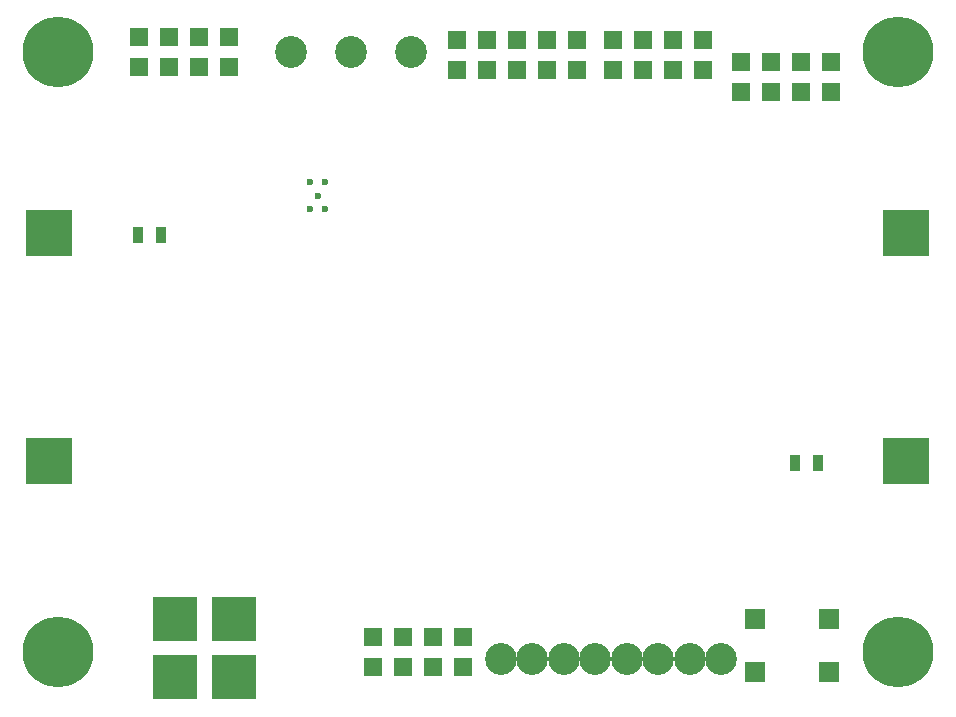
<source format=gbr>
G04 #@! TF.FileFunction,Soldermask,Top*
%FSLAX46Y46*%
G04 Gerber Fmt 4.6, Leading zero omitted, Abs format (unit mm)*
G04 Created by KiCad (PCBNEW 4.0.1-3.201512221401+6198~38~ubuntu15.10.1-stable) date Út 19. leden 2016, 20:18:50 CET*
%MOMM*%
G01*
G04 APERTURE LIST*
%ADD10C,0.300000*%
%ADD11R,4.000000X4.000000*%
%ADD12R,1.524000X1.524000*%
%ADD13R,3.810000X3.810000*%
%ADD14C,6.000000*%
%ADD15R,0.889000X1.397000*%
%ADD16R,1.676400X1.676400*%
%ADD17C,0.600000*%
%ADD18C,2.700000*%
G04 APERTURE END LIST*
D10*
D11*
X4326500Y40511000D03*
X76826500Y40511000D03*
X4326500Y21211000D03*
X76826500Y21211000D03*
D12*
X19558000Y57150000D03*
X19558000Y54610000D03*
X17018000Y57150000D03*
X17018000Y54610000D03*
X14478000Y57150000D03*
X14478000Y54610000D03*
X11938000Y57150000D03*
X11938000Y54610000D03*
X49022000Y54356000D03*
X49022000Y56896000D03*
X38862000Y56896000D03*
X38862000Y54356000D03*
X43942000Y54356000D03*
X43942000Y56896000D03*
X46482000Y54356000D03*
X46482000Y56896000D03*
X41402000Y54356000D03*
X41402000Y56896000D03*
X31750000Y3810000D03*
X31750000Y6350000D03*
X34290000Y3810000D03*
X34290000Y6350000D03*
X36830000Y3810000D03*
X36830000Y6350000D03*
X39370000Y3810000D03*
X39370000Y6350000D03*
D13*
X14939000Y7874000D03*
X19939000Y7874000D03*
X14939000Y2921000D03*
X19939000Y2921000D03*
D12*
X62865000Y52451000D03*
X62865000Y54991000D03*
X65405000Y52451000D03*
X65405000Y54991000D03*
X67945000Y52451000D03*
X67945000Y54991000D03*
X59690000Y56896000D03*
X59690000Y54356000D03*
X57150000Y56896000D03*
X57150000Y54356000D03*
X54610000Y56896000D03*
X54610000Y54356000D03*
X52070000Y56896000D03*
X52070000Y54356000D03*
D14*
X76200000Y5080000D03*
X5080000Y55880000D03*
X5080000Y5080000D03*
X76200000Y55880000D03*
D15*
X11874500Y40386000D03*
X13779500Y40386000D03*
X69405500Y21082000D03*
X67500500Y21082000D03*
D16*
X70333000Y7838000D03*
X70333000Y3338000D03*
X64033000Y7838000D03*
X64033000Y3338000D03*
D12*
X70485000Y52451000D03*
X70485000Y54991000D03*
D17*
X27686000Y42545000D03*
X27686000Y44831000D03*
X26416000Y44831000D03*
X26416000Y42545000D03*
X27051000Y43688000D03*
D18*
X42545000Y4445000D03*
X45212000Y4445000D03*
X47879000Y4445000D03*
X50546000Y4445000D03*
X53213000Y4445000D03*
X55880000Y4445000D03*
X58547000Y4445000D03*
X61214000Y4445000D03*
X24765000Y55880000D03*
X29845000Y55880000D03*
X34925000Y55880000D03*
M02*

</source>
